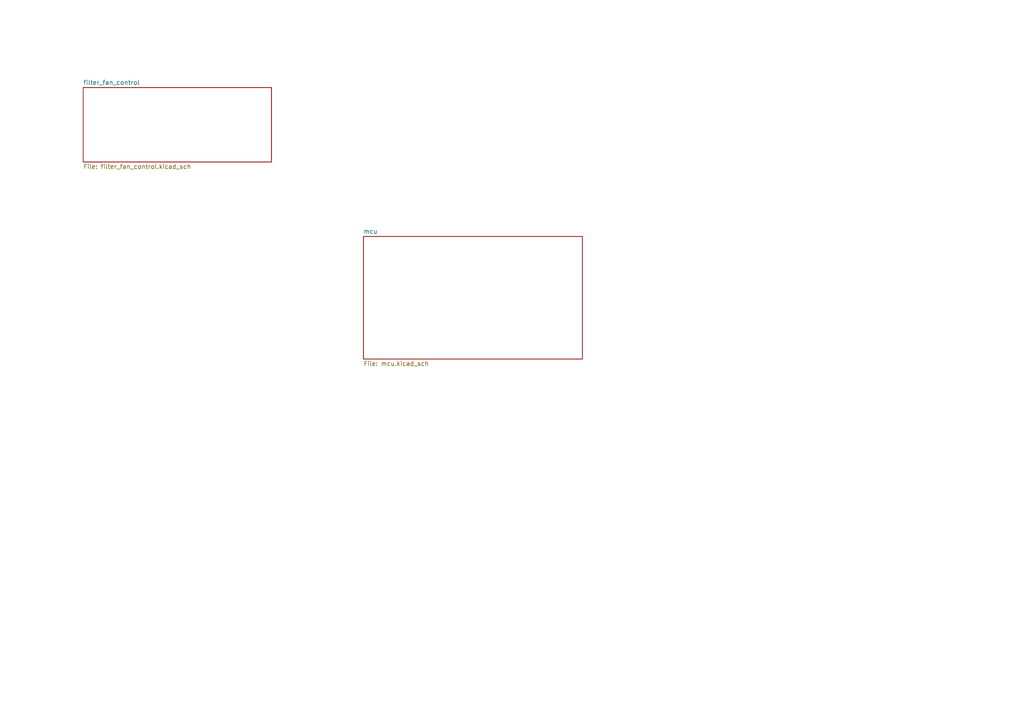
<source format=kicad_sch>
(kicad_sch (version 20211123) (generator eeschema)
  (paper "A4")
  (title_block (title "BasilBox"))
  (lib_symbols)
  (sheet (at 24.13 25.4) (size 54.61 21.59) (stroke (width 0.1524))
    (property "Sheet name" "filter_fan_control" (at 24.13 24.6884 0) (effects (justify left bottom)))
    (property "Sheet file" "filter_fan_control.kicad_sch" (at 24.13 47.5746 0) (effects (justify left top)))
  )
  (sheet (at 105.41 68.58) (size 63.5 35.56) (stroke (width 0.1524))
    (property "Sheet name" "mcu" (at 105.41 67.8684 0) (effects (justify left bottom)))
    (property "Sheet file" "mcu.kicad_sch" (at 105.41 104.7246 0) (effects (justify left top)))
  )
)
</source>
